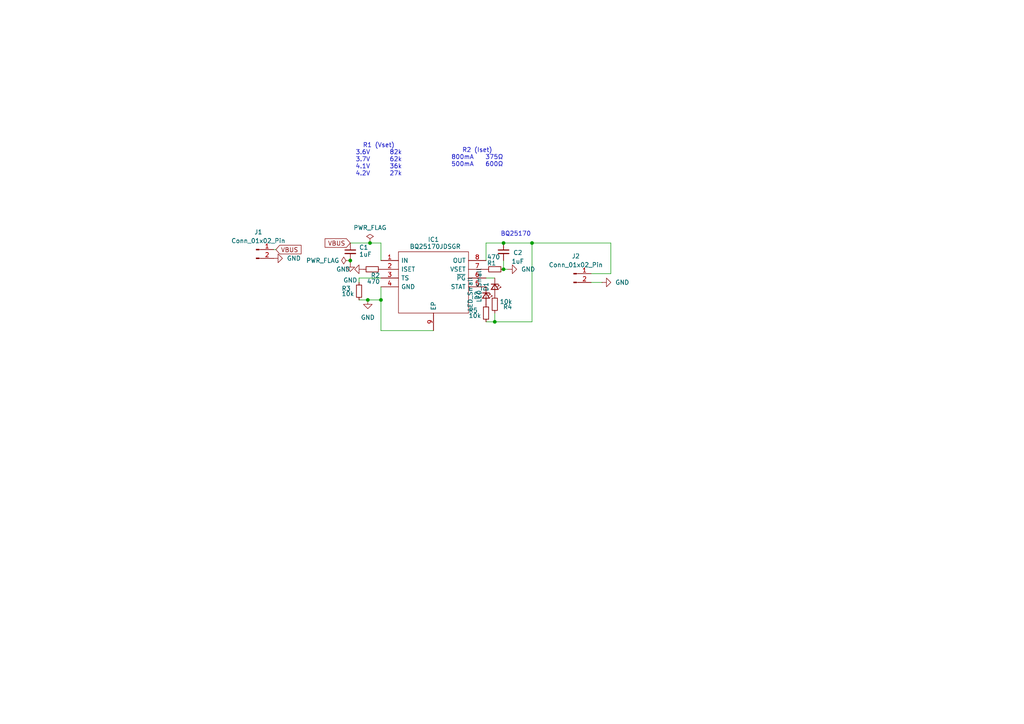
<source format=kicad_sch>
(kicad_sch (version 20250114) (generator "eeschema") (generator_version "9.0")
  (paper "A4")
  (lib_symbols
    (symbol "BQ25170JDSGR:BQ25170JDSGR" (pin_names (offset 0.762))
      (property "Reference" "IC" (at 26.67 7.62 0))
      (property "Value" "BQ25170JDSGR" (at 26.67 5.08 0))
      (symbol "BQ25170JDSGR_0_0"
        (pin passive line (at 0 0 0) (length 5.08) (name "IN") (number "1"))
        (pin passive line (at 0 -2.54 0) (length 5.08) (name "ISET") (number "2"))
        (pin passive line (at 0 -5.08 0) (length 5.08) (name "TS") (number "3"))
        (pin passive line (at 0 -7.62 0) (length 5.08) (name "GND") (number "4"))
        (pin passive line (at 15.24 -20.32 90) (length 5.08) (name "EP") (number "9"))
        (pin passive line (at 30.48 0 180) (length 5.08) (name "OUT") (number "8"))
        (pin passive line (at 30.48 -2.54 180) (length 5.08) (name "VSET") (number "7"))
        (pin passive line (at 30.48 -5.08 180) (length 5.08) (name "~{PG}") (number "6"))
        (pin passive line (at 30.48 -7.62 180) (length 5.08) (name "STAT") (number "5"))
      )
      (symbol "BQ25170JDSGR_0_1"
        (polyline (pts (xy 5.08 2.54) (xy 25.4 2.54) (xy 25.4 -15.24) (xy 5.08 -15.24) (xy 5.08 2.54)) (stroke (width 0.1524)))
      )
    )
    (symbol "Connector:Conn_01x02_Pin" (pin_names (offset 1.016) (hide yes))
      (property "Reference" "J" (at 0 2.54 0))
      (property "Value" "Conn_01x02_Pin" (at 0 -5.08 0))
      (symbol "Conn_01x02_Pin_1_1"
        (rectangle (start 0.8636 0.127) (end 0 -0.127) (stroke (width 0.1524)) (fill (type outline)))
        (rectangle (start 0.8636 -2.413) (end 0 -2.667) (stroke (width 0.1524)) (fill (type outline)))
        (polyline (pts (xy 1.27 0) (xy 0.8636 0)) (stroke (width 0.1524)))
        (polyline (pts (xy 1.27 -2.54) (xy 0.8636 -2.54)) (stroke (width 0.1524)))
        (pin passive line (at 5.08 0 180) (length 3.81) (name "Pin_1") (number "1"))
        (pin passive line (at 5.08 -2.54 180) (length 3.81) (name "Pin_2") (number "2"))
      )
    )
    (symbol "Device:C_Small" (pin_numbers (hide yes)) (pin_names (offset 0.254) (hide yes))
      (property "Reference" "C" (at 0.254 1.778 0))
      (property "Value" "C_Small" (at 0.254 -2.032 0))
      (symbol "C_Small_0_1"
        (polyline (pts (xy -1.524 0.508) (xy 1.524 0.508)) (stroke (width 0.3048)))
        (polyline (pts (xy -1.524 -0.508) (xy 1.524 -0.508)) (stroke (width 0.3302)))
      )
      (symbol "C_Small_1_1"
        (pin passive line (at 0 2.54 270) (length 2.032) (name "~") (number "1"))
        (pin passive line (at 0 -2.54 90) (length 2.032) (name "~") (number "2"))
      )
    )
    (symbol "Device:LED_Small" (pin_numbers (hide yes)) (pin_names (offset 0.254) (hide yes))
      (property "Reference" "D" (at -1.27 3.175 0))
      (property "Value" "LED_Small" (at -4.445 -2.54 0))
      (symbol "LED_Small_0_1"
        (polyline (pts (xy -0.762 -1.016) (xy -0.762 1.016)) (stroke (width 0.254)))
        (polyline (pts (xy 0 0.762) (xy -0.508 1.27) (xy -0.254 1.27) (xy -0.508 1.27) (xy -0.508 1.016)))
        (polyline (pts (xy 0.508 1.27) (xy 0 1.778) (xy 0.254 1.778) (xy 0 1.778) (xy 0 1.524)))
        (polyline (pts (xy 0.762 -1.016) (xy -0.762 0) (xy 0.762 1.016) (xy 0.762 -1.016)) (stroke (width 0.254)))
        (polyline (pts (xy 1.016 0) (xy -0.762 0)))
      )
      (symbol "LED_Small_1_1"
        (pin passive line (at -2.54 0 0) (length 1.778) (name "K") (number "1"))
        (pin passive line (at 2.54 0 180) (length 1.778) (name "A") (number "2"))
      )
    )
    (symbol "Device:R_Small" (pin_numbers (hide yes)) (pin_names (offset 0.254) (hide yes))
      (property "Reference" "R" (at 0.762 0.508 0))
      (property "Value" "R_Small" (at 0.762 -1.016 0))
      (symbol "R_Small_0_1"
        (rectangle (start -0.762 1.778) (end 0.762 -1.778) (stroke (width 0.2032)))
      )
      (symbol "R_Small_1_1"
        (pin passive line (at 0 2.54 270) (length 0.762) (name "~") (number "1"))
        (pin passive line (at 0 -2.54 90) (length 0.762) (name "~") (number "2"))
      )
    )
    (symbol "power:GND" (power) (pin_numbers (hide yes)) (pin_names (offset 0) (hide yes))
      (property "Value" "GND" (at 0 -3.81 0))
      (symbol "GND_0_1"
        (polyline (pts (xy 0 0) (xy 0 -1.27) (xy 1.27 -1.27) (xy 0 -2.54) (xy -1.27 -1.27) (xy 0 -1.27)))
      )
      (symbol "GND_1_1"
        (pin power_in line (at 0 0 270) (length 0) (name "~") (number "1"))
      )
    )
    (symbol "power:PWR_FLAG" (power) (pin_numbers (hide yes)) (pin_names (offset 0) (hide yes))
      (property "Value" "PWR_FLAG" (at 0 3.81 0))
      (symbol "PWR_FLAG_0_0"
        (pin power_out line (at 0 0 90) (length 0) (name "~") (number "1"))
      )
      (symbol "PWR_FLAG_0_1"
        (polyline (pts (xy 0 0) (xy 0 1.27) (xy -1.016 1.905) (xy 0 2.54) (xy 1.016 1.905) (xy 0 1.27)))
      )
    )
  )
  (text "BQ25170" (at 149.606 67.945 0) (effects (font (size 1.27 1.27))))
  (text "R2 (Iset)\n800mA	375Ω\n500mA	600Ω" (at 138.43 45.72 0) (effects (font (size 1.27 1.27))))
  (text "R1 (Vset)\n3.6V	82k\n3.7V	62k\n4.1V	36k\n4.2V	27k" (at 109.855 46.355 0) (effects (font (size 1.27 1.27))))
  (junction (at 143.51 93.345))
  (junction (at 101.6 75.565))
  (junction (at 110.49 86.995))
  (junction (at 106.68 86.995))
  (junction (at 146.05 78.105))
  (junction (at 107.315 70.485))
  (junction (at 146.05 70.485))
  (junction (at 154.305 70.485))
  (wire (pts (xy 143.51 93.345) (xy 154.305 93.345)))
  (wire (pts (xy 140.97 80.645) (xy 143.51 80.645)))
  (wire (pts (xy 177.165 79.375) (xy 177.165 70.485)))
  (wire (pts (xy 104.14 86.995) (xy 106.68 86.995)))
  (wire (pts (xy 140.97 70.485) (xy 146.05 70.485)))
  (wire (pts (xy 171.45 79.375) (xy 177.165 79.375)))
  (wire (pts (xy 106.68 86.995) (xy 110.49 86.995)))
  (wire (pts (xy 101.6 76.2) (xy 101.6 75.565)))
  (wire (pts (xy 110.49 75.565) (xy 110.49 70.485)))
  (wire (pts (xy 154.305 93.345) (xy 154.305 70.485)))
  (wire (pts (xy 154.305 70.485) (xy 177.165 70.485)))
  (wire (pts (xy 104.14 80.645) (xy 110.49 80.645)))
  (wire (pts (xy 110.49 70.485) (xy 107.315 70.485)))
  (wire (pts (xy 125.73 95.885) (xy 110.49 95.885)))
  (wire (pts (xy 110.49 83.185) (xy 110.49 86.995)))
  (wire (pts (xy 110.49 95.885) (xy 110.49 86.995)))
  (wire (pts (xy 104.14 81.915) (xy 104.14 80.645)))
  (wire (pts (xy 146.05 70.485) (xy 154.305 70.485)))
  (wire (pts (xy 140.97 93.345) (xy 143.51 93.345)))
  (wire (pts (xy 107.315 70.485) (xy 101.6 70.485)))
  (wire (pts (xy 146.05 78.105) (xy 147.32 78.105)))
  (wire (pts (xy 146.05 75.565) (xy 146.05 78.105)))
  (wire (pts (xy 143.51 90.805) (xy 143.51 93.345)))
  (wire (pts (xy 174.625 81.915) (xy 171.45 81.915)))
  (wire (pts (xy 79.375 72.39) (xy 80.01 72.39)))
  (wire (pts (xy 140.97 75.565) (xy 140.97 70.485)))
  (global_label "VBUS" (shape input) (at 80.01 72.39 0) (property "Intersheetrefs" "${INTERSHEET_REFS}" (effects (hide yes))))
  (global_label "VBUS" (shape input) (at 101.6 70.485 180) (property "Intersheetrefs" "${INTERSHEET_REFS}" (effects (hide yes))))
  (symbol (lib_id "Device:LED_Small") (at 140.97 85.725 270) (unit 1)
    (property "Reference" "D2" (at 138.43 87.0586 0) (effects (justify right)))
    (property "Value" "LED_Small" (at 136.398 90.297 0) (effects (justify right)))
    (property "Footprint" "LED_SMD:LED_0603_1608Metric" (effects (hide yes)))
    (property "Description" "Light emitting diode, small symbol" (effects (hide yes)))
  )
  (symbol (lib_id "power:GND") (at 105.41 78.105 270) (unit 1)
    (property "Reference" "#PWR01" (effects (hide yes)))
    (property "Value" "GND" (at 101.6 78.1049 90) (effects (justify right)))
    (property "Description" "Power symbol creates a global label with name \"GND\" , ground" (effects (hide yes)))
  )
  (symbol (lib_id "Device:C_Small") (at 146.05 73.025 0) (unit 1)
    (property "Reference" "C2" (at 148.844 73.279 0) (effects (justify left)))
    (property "Value" "1uF" (at 148.336 75.819 0) (effects (justify left)))
    (property "Footprint" "Capacitor_SMD:C_0603_1608Metric_Pad1.08x0.95mm_HandSolder" (effects (hide yes)))
    (property "Description" "Unpolarized capacitor, small symbol" (effects (hide yes)))
  )
  (symbol (lib_id "power:GND") (at 174.625 81.915 90) (unit 1)
    (property "Reference" "#PWR03" (effects (hide yes)))
    (property "Value" "GND" (at 178.435 81.9149 90) (effects (justify right)))
    (property "Description" "Power symbol creates a global label with name \"GND\" , ground" (effects (hide yes)))
  )
  (symbol (lib_id "power:PWR_FLAG") (at 101.6 75.565 90) (unit 1)
    (property "Reference" "#FLG02" (effects (hide yes)))
    (property "Value" "PWR_FLAG" (at 98.425 75.5649 90) (effects (justify left)))
    (property "Description" "Special symbol for telling ERC where power comes from" (effects (hide yes)))
  )
  (symbol (lib_id "Device:R_Small") (at 104.14 84.455 0) (unit 1)
    (property "Reference" "R3" (at 99.06 83.693 0) (effects (justify left)))
    (property "Value" "10k" (at 99.06 85.217 0) (effects (justify left)))
    (property "Footprint" "Capacitor_SMD:C_0603_1608Metric" (effects (hide yes)))
    (property "Description" "Resistor, small symbol" (effects (hide yes)))
  )
  (symbol (lib_id "Device:R_Small") (at 143.51 88.265 180) (unit 1)
    (property "Reference" "R4" (at 148.59 89.027 0) (effects (justify left)))
    (property "Value" "10k" (at 148.59 87.503 0) (effects (justify left)))
    (property "Footprint" "Capacitor_SMD:C_0603_1608Metric" (effects (hide yes)))
    (property "Description" "Resistor, small symbol" (effects (hide yes)))
  )
  (symbol (lib_id "power:GND") (at 106.68 86.995 0) (unit 1)
    (property "Reference" "#PWR021" (effects (hide yes)))
    (property "Value" "GND" (at 106.68 92.075 0))
    (property "Description" "Power symbol creates a global label with name \"GND\" , ground" (effects (hide yes)))
  )
  (symbol (lib_id "power:GND") (at 147.32 78.105 90) (unit 1)
    (property "Reference" "#PWR023" (effects (hide yes)))
    (property "Value" "GND" (at 151.13 78.1049 90) (effects (justify right)))
    (property "Description" "Power symbol creates a global label with name \"GND\" , ground" (effects (hide yes)))
  )
  (symbol (lib_id "power:GND") (at 79.375 74.93 90) (unit 1)
    (property "Reference" "#PWR02" (effects (hide yes)))
    (property "Value" "GND" (at 83.185 74.9299 90) (effects (justify right)))
    (property "Description" "Power symbol creates a global label with name \"GND\" , ground" (effects (hide yes)))
  )
  (symbol (lib_id "power:PWR_FLAG") (at 107.315 70.485 0) (unit 1)
    (property "Reference" "#FLG01" (effects (hide yes)))
    (property "Value" "PWR_FLAG" (at 107.315 66.04 0))
    (property "Description" "Special symbol for telling ERC where power comes from" (effects (hide yes)))
  )
  (symbol (lib_id "Connector:Conn_01x02_Pin") (at 166.37 79.375 0) (unit 1)
    (property "Reference" "J2" (at 167.005 74.295 0))
    (property "Value" "Conn_01x02_Pin" (at 167.005 76.835 0))
    (property "Footprint" "Connector_PinHeader_2.54mm:PinHeader_1x02_P2.54mm_Vertical" (effects (hide yes)))
    (property "Description" "Generic connector, single row, 01x02, script generated" (effects (hide yes)))
  )
  (symbol (lib_id "Device:R_Small") (at 107.95 78.105 270) (unit 1)
    (property "Reference" "R2" (at 110.236 79.883 90) (effects (justify right)))
    (property "Value" "470" (at 110.236 81.661 90) (effects (justify right)))
    (property "Footprint" "Resistor_SMD:R_0603_1608Metric" (effects (hide yes)))
    (property "Description" "Resistor, small symbol" (effects (hide yes)))
  )
  (symbol (lib_id "Device:R_Small") (at 143.51 78.105 90) (unit 1)
    (property "Reference" "R1" (at 141.224 76.327 90) (effects (justify right)))
    (property "Value" "470" (at 141.224 74.549 90) (effects (justify right)))
    (property "Footprint" "Resistor_SMD:R_0603_1608Metric" (effects (hide yes)))
    (property "Description" "Resistor, small symbol" (effects (hide yes)))
  )
  (symbol (lib_id "Device:R_Small") (at 140.97 90.805 0) (unit 1)
    (property "Reference" "R5" (at 135.89 90.043 0) (effects (justify left)))
    (property "Value" "10k" (at 135.89 91.567 0) (effects (justify left)))
    (property "Footprint" "Capacitor_SMD:C_0603_1608Metric" (effects (hide yes)))
    (property "Description" "Resistor, small symbol" (effects (hide yes)))
  )
  (symbol (lib_id "power:GND") (at 101.6 76.2 0) (unit 1)
    (property "Reference" "#PWR022" (effects (hide yes)))
    (property "Value" "GND" (at 101.6 81.28 0))
    (property "Description" "Power symbol creates a global label with name \"GND\" , ground" (effects (hide yes)))
  )
  (symbol (lib_id "Device:LED_Small") (at 143.51 83.185 270) (unit 1)
    (property "Reference" "D1" (at 140.97 84.5186 0) (effects (justify right)))
    (property "Value" "LED_Small" (at 138.938 87.757 0) (effects (justify right)))
    (property "Footprint" "LED_SMD:LED_0603_1608Metric" (effects (hide yes)))
    (property "Description" "Light emitting diode, small symbol" (effects (hide yes)))
  )
  (symbol (lib_id "BQ25170JDSGR:BQ25170JDSGR") (at 110.49 75.565 0) (unit 1)
    (property "Reference" "IC1" (at 125.73 69.469 0))
    (property "Value" "BQ25170JDSGR" (at 126.238 71.501 0))
    (property "Footprint" "Package_SON:WSON-8-1EP_2x2mm_P0.5mm_EP0.9x1.6mm" (effects (hide yes)))
    (property "Datasheet" "https://www.ti.com/lit/ds/symlink/bq25170j.pdf?ts=1649696800811&ref_url=https%253A%252F%252Fwww.ti.com%252Fproduct%252FBQ25170J" (effects (hide yes)))
    (property "Description_1" "Battery Management 800-mA JEITA-compliant linear battery charger for 1-cell Li-Ion and LiFePO4" (effects (hide yes)))
    (property "Height" "0.8" (effects (hide yes)))
    (property "Mouser Part Number" "595-BQ25170JDSGR" (effects (hide yes)))
    (property "Mouser Price/Stock" "https://www.mouser.co.uk/ProductDetail/Texas-Instruments/BQ25170JDSGR?qs=A6eO%252BMLsxmRHugWPcRNj7A%3D%3D" (effects (hide yes)))
    (property "Manufacturer_Name" "Texas Instruments" (effects (hide yes)))
    (property "Manufacturer_Part_Number" "BQ25170JDSGR" (effects (hide yes)))
  )
  (symbol (lib_id "Connector:Conn_01x02_Pin") (at 74.295 72.39 0) (unit 1)
    (property "Reference" "J1" (at 74.93 67.31 0))
    (property "Value" "Conn_01x02_Pin" (at 74.93 69.85 0))
    (property "Footprint" "Connector_PinHeader_2.54mm:PinHeader_1x02_P2.54mm_Vertical" (effects (hide yes)))
    (property "Description" "Generic connector, single row, 01x02, script generated" (effects (hide yes)))
  )
  (symbol (lib_id "Device:C_Small") (at 101.6 73.025 0) (unit 1)
    (property "Reference" "C1" (at 104.14 71.7612 0) (effects (justify left)))
    (property "Value" "1uF" (at 104.14 73.787 0) (effects (justify left)))
    (property "Footprint" "Capacitor_SMD:C_0603_1608Metric_Pad1.08x0.95mm_HandSolder" (effects (hide yes)))
    (property "Description" "Unpolarized capacitor, small symbol" (effects (hide yes)))
  )
)
</source>
